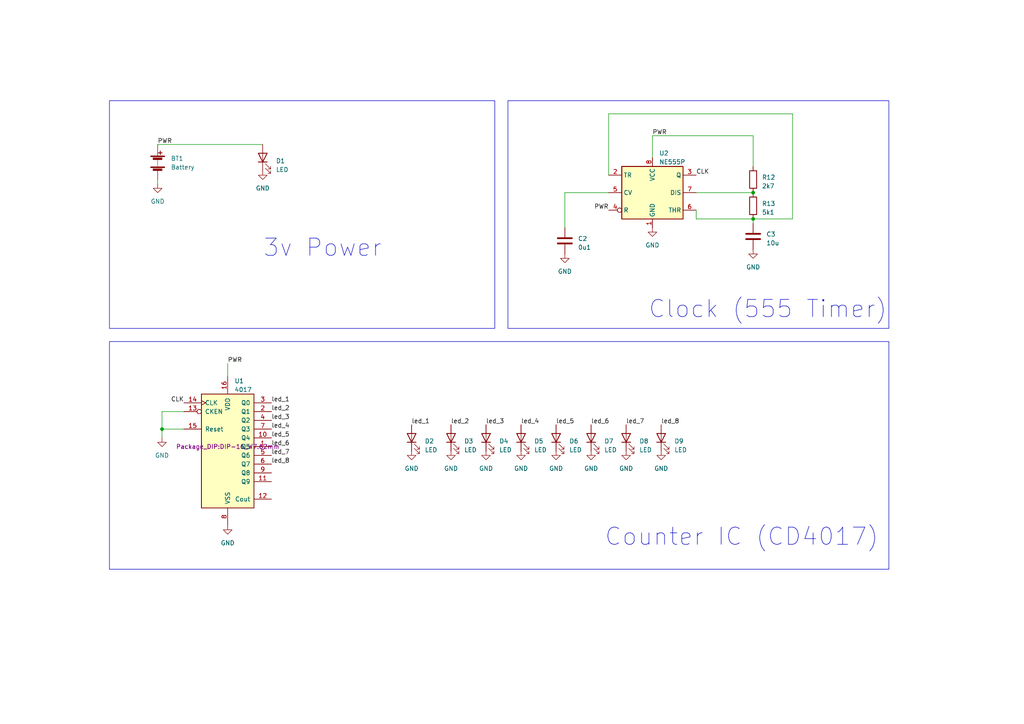
<source format=kicad_sch>
(kicad_sch (version 20230121) (generator eeschema)
  (paper "A4")
  (lib_symbols
    (symbol "4xxx:4017" (pin_names (offset 1.016))
      (property "Reference" "U" (at -7.62 16.51 0))
      (property "Value" "4017" (at -7.62 -19.05 0))
      (symbol "4017_1_0"
        (pin output line (at 12.7 0 180) (length 5.08) (name "Q5") (number "1"))
        (pin output line (at 12.7 2.54 180) (length 5.08) (name "Q4") (number "10"))
        (pin output line (at 12.7 -10.16 180) (length 5.08) (name "Q9") (number "11"))
        (pin output line (at 12.7 -15.24 180) (length 5.08) (name "Cout") (number "12"))
        (pin input inverted (at -12.7 10.16 0) (length 5.08) (name "CKEN") (number "13"))
        (pin input clock (at -12.7 12.7 0) (length 5.08) (name "CLK") (number "14"))
        (pin input line (at -12.7 5.08 0) (length 5.08) (name "Reset") (number "15"))
        (pin power_in line (at 0 20.32 270) (length 5.08) (name "VDD") (number "16"))
        (pin output line (at 12.7 10.16 180) (length 5.08) (name "Q1") (number "2"))
        (pin output line (at 12.7 12.7 180) (length 5.08) (name "Q0") (number "3"))
        (pin output line (at 12.7 7.62 180) (length 5.08) (name "Q2") (number "4"))
        (pin output line (at 12.7 -2.54 180) (length 5.08) (name "Q6") (number "5"))
        (pin output line (at 12.7 -5.08 180) (length 5.08) (name "Q7") (number "6"))
        (pin output line (at 12.7 5.08 180) (length 5.08) (name "Q3") (number "7"))
        (pin power_in line (at 0 -22.86 90) (length 5.08) (name "VSS") (number "8"))
        (pin output line (at 12.7 -7.62 180) (length 5.08) (name "Q8") (number "9"))
      )
      (symbol "4017_1_1"
        (rectangle (start -7.62 15.24) (end 7.62 -17.78) (stroke (width 0.254)) (fill (type background)))
      )
    )
    (symbol "Device:Battery" (pin_numbers hide) (pin_names (offset 0) hide)
      (property "Reference" "BT" (at 2.54 2.54 0))
      (property "Value" "Battery" (at 2.54 0 0))
      (symbol "Battery_0_1"
        (rectangle (start -2.032 -1.397) (end 2.032 -1.651) (fill (type outline)))
        (rectangle (start -2.032 1.778) (end 2.032 1.524) (fill (type outline)))
        (rectangle (start -1.3208 -1.9812) (end 1.27 -2.4892) (fill (type outline)))
        (rectangle (start -1.3208 1.1938) (end 1.27 0.6858) (fill (type outline)))
        (polyline (pts (xy 0 -1.524) (xy 0 -1.27)))
        (polyline (pts (xy 0 -1.016) (xy 0 -0.762)))
        (polyline (pts (xy 0 -0.508) (xy 0 -0.254)))
        (polyline (pts (xy 0 0) (xy 0 0.254)))
        (polyline (pts (xy 0 0.508) (xy 0 0.762)))
        (polyline (pts (xy 0 1.778) (xy 0 2.54)))
        (polyline (pts (xy 0.254 2.667) (xy 1.27 2.667)) (stroke (width 0.254)))
        (polyline (pts (xy 0.762 3.175) (xy 0.762 2.159)) (stroke (width 0.254)))
      )
      (symbol "Battery_1_1"
        (pin passive line (at 0 5.08 270) (length 2.54) (name "+") (number "1"))
        (pin passive line (at 0 -5.08 90) (length 2.54) (name "-") (number "2"))
      )
    )
    (symbol "Device:C" (pin_numbers hide) (pin_names (offset 0.254))
      (property "Reference" "C" (at 0.635 2.54 0))
      (property "Value" "C" (at 0.635 -2.54 0))
      (symbol "C_0_1"
        (polyline (pts (xy -2.032 -0.762) (xy 2.032 -0.762)) (stroke (width 0.508)))
        (polyline (pts (xy -2.032 0.762) (xy 2.032 0.762)) (stroke (width 0.508)))
      )
      (symbol "C_1_1"
        (pin passive line (at 0 3.81 270) (length 2.794) (name "~") (number "1"))
        (pin passive line (at 0 -3.81 90) (length 2.794) (name "~") (number "2"))
      )
    )
    (symbol "Device:LED" (pin_numbers hide) (pin_names (offset 1.016) hide)
      (property "Reference" "D" (at 0 2.54 0))
      (property "Value" "LED" (at 0 -2.54 0))
      (symbol "LED_0_1"
        (polyline (pts (xy -1.27 -1.27) (xy -1.27 1.27)) (stroke (width 0.254)))
        (polyline (pts (xy -1.27 0) (xy 1.27 0)))
        (polyline (pts (xy 1.27 -1.27) (xy 1.27 1.27) (xy -1.27 0) (xy 1.27 -1.27)) (stroke (width 0.254)))
        (polyline (pts (xy -3.048 -0.762) (xy -4.572 -2.286) (xy -3.81 -2.286) (xy -4.572 -2.286) (xy -4.572 -1.524)))
        (polyline (pts (xy -1.778 -0.762) (xy -3.302 -2.286) (xy -2.54 -2.286) (xy -3.302 -2.286) (xy -3.302 -1.524)))
      )
      (symbol "LED_1_1"
        (pin passive line (at -3.81 0 0) (length 2.54) (name "K") (number "1"))
        (pin passive line (at 3.81 0 180) (length 2.54) (name "A") (number "2"))
      )
    )
    (symbol "Device:R" (pin_numbers hide) (pin_names (offset 0))
      (property "Reference" "R" (at 2.032 0 90))
      (property "Value" "R" (at 0 0 90))
      (symbol "R_0_1"
        (rectangle (start -1.016 -2.54) (end 1.016 2.54) (stroke (width 0.254)))
      )
      (symbol "R_1_1"
        (pin passive line (at 0 3.81 270) (length 1.27) (name "~") (number "1"))
        (pin passive line (at 0 -3.81 90) (length 1.27) (name "~") (number "2"))
      )
    )
    (symbol "Timer:NE555P"
      (property "Reference" "U" (at -10.16 8.89 0))
      (property "Value" "NE555P" (at 2.54 8.89 0))
      (symbol "NE555P_0_0"
        (pin power_in line (at 0 -10.16 90) (length 2.54) (name "GND") (number "1"))
        (pin power_in line (at 0 10.16 270) (length 2.54) (name "VCC") (number "8"))
      )
      (symbol "NE555P_0_1"
        (rectangle (start -8.89 -7.62) (end 8.89 7.62) (stroke (width 0.254)) (fill (type background)))
        (rectangle (start -8.89 -7.62) (end 8.89 7.62) (stroke (width 0.254)) (fill (type background)))
      )
      (symbol "NE555P_1_1"
        (pin input line (at -12.7 5.08 0) (length 3.81) (name "TR") (number "2"))
        (pin output line (at 12.7 5.08 180) (length 3.81) (name "Q") (number "3"))
        (pin input inverted (at -12.7 -5.08 0) (length 3.81) (name "R") (number "4"))
        (pin input line (at -12.7 0 0) (length 3.81) (name "CV") (number "5"))
        (pin input line (at 12.7 -5.08 180) (length 3.81) (name "THR") (number "6"))
        (pin input line (at 12.7 0 180) (length 3.81) (name "DIS") (number "7"))
      )
    )
    (symbol "power:GND" (power) (pin_names (offset 0))
      (property "Value" "GND" (at 0 -3.81 0))
      (symbol "GND_0_1"
        (polyline (pts (xy 0 0) (xy 0 -1.27) (xy 1.27 -1.27) (xy 0 -2.54) (xy -1.27 -1.27) (xy 0 -1.27)))
      )
      (symbol "GND_1_1"
        (pin power_in line (at 0 0 270) (length 0) hide (name "GND") (number "1"))
      )
    )
  )
  (junction (at 218.44 63.5))
  (junction (at 46.99 124.46))
  (junction (at 218.44 55.88))
  (wire (pts (xy 189.23 39.37) (xy 218.44 39.37)))
  (wire (pts (xy 201.93 63.5) (xy 218.44 63.5)))
  (wire (pts (xy 163.83 55.88) (xy 163.83 66.04)))
  (wire (pts (xy 46.99 124.46) (xy 46.99 127)))
  (wire (pts (xy 201.93 55.88) (xy 218.44 55.88)))
  (wire (pts (xy 218.44 63.5) (xy 229.87 63.5)))
  (wire (pts (xy 46.99 124.46) (xy 53.34 124.46)))
  (wire (pts (xy 176.53 55.88) (xy 163.83 55.88)))
  (wire (pts (xy 189.23 39.37) (xy 189.23 45.72)))
  (wire (pts (xy 229.87 33.02) (xy 176.53 33.02)))
  (wire (pts (xy 66.04 105.41) (xy 66.04 109.22)))
  (wire (pts (xy 218.44 39.37) (xy 218.44 48.26)))
  (wire (pts (xy 45.72 52.07) (xy 45.72 53.34)))
  (wire (pts (xy 176.53 33.02) (xy 176.53 50.8)))
  (wire (pts (xy 53.34 119.38) (xy 46.99 119.38)))
  (wire (pts (xy 46.99 119.38) (xy 46.99 124.46)))
  (wire (pts (xy 201.93 63.5) (xy 201.93 60.96)))
  (wire (pts (xy 45.72 41.91) (xy 76.2 41.91)))
  (wire (pts (xy 229.87 63.5) (xy 229.87 33.02)))
  (wire (pts (xy 218.44 63.5) (xy 218.44 64.77)))
  (rectangle (start 147.32 29.21) (end 257.81 95.25))
  (rectangle (start 31.75 99.06) (end 257.81 165.1))
  (rectangle (start 31.75 29.21) (end 143.51 95.25))
  (text "3v Power" (at 76.2 74.93 0) (effects (font (size 5 5)) (justify left bottom)))
  (text "Counter IC (CD4017)" (at 175.26 158.75 0) (effects (font (size 5 5)) (justify left bottom)))
  (text "Clock (555 Timer)" (at 187.96 92.71 0) (effects (font (size 5 5)) (justify left bottom)))
  (label "CLK" (at 53.34 116.84 180))
  (label "CLK" (at 201.93 50.8 0))
  (label "PWR" (at 176.53 60.96 180))
  (label "led_4" (at 78.74 124.46 0))
  (label "led_4" (at 151.13 123.19 0))
  (label "led_8" (at 78.74 134.62 0))
  (label "PWR" (at 189.23 39.37 0))
  (label "led_8" (at 191.77 123.19 0))
  (label "led_7" (at 181.61 123.19 0))
  (label "led_6" (at 78.74 129.54 0))
  (label "led_7" (at 78.74 132.08 0))
  (label "led_3" (at 140.97 123.19 0))
  (label "led_2" (at 130.81 123.19 0))
  (label "PWR" (at 45.72 41.91 0))
  (label "led_3" (at 78.74 121.92 0))
  (label "led_1" (at 78.74 116.84 0))
  (label "led_2" (at 78.74 119.38 0))
  (label "led_5" (at 161.29 123.19 0))
  (label "led_1" (at 119.38 123.19 0))
  (label "led_6" (at 171.45 123.19 0))
  (label "led_5" (at 78.74 127 0))
  (label "PWR" (at 66.04 105.41 0))
  (symbol (lib_id "Device:R") (at 218.44 52.07 0) (unit 1)
    (property "Reference" "R12" (at 220.98 51.435 0) (effects (justify left)))
    (property "Value" "2k7" (at 220.98 53.975 0) (effects (justify left)))
    (property "Footprint" "Resistor_SMD:R_0805_2012Metric_Pad1.20x1.40mm_HandSolder" (effects hide))
  )
  (symbol (lib_id "power:GND") (at 218.44 72.39 0) (unit 1)
    (property "Reference" "#PWR018" (effects hide))
    (property "Value" "GND" (at 218.44 77.47 0))
  )
  (symbol (lib_id "Device:R") (at 218.44 59.69 0) (unit 1)
    (property "Reference" "R13" (at 220.98 59.055 0) (effects (justify left)))
    (property "Value" "5k1" (at 220.98 61.595 0) (effects (justify left)))
    (property "Footprint" "Resistor_SMD:R_0805_2012Metric_Pad1.20x1.40mm_HandSolder" (effects hide))
  )
  (symbol (lib_id "Device:LED") (at 161.29 127 90) (unit 1)
    (property "Reference" "D6" (at 165.1 127.9525 90) (effects (justify right)))
    (property "Value" "LED" (at 165.1 130.4925 90) (effects (justify right)))
    (property "Footprint" "LED_THT:LED_D3.0mm" (effects hide))
  )
  (symbol (lib_id "Device:Battery") (at 45.72 46.99 0) (unit 1)
    (property "Reference" "BT1" (at 49.53 45.974 0) (effects (justify left)))
    (property "Value" "Battery" (at 49.53 48.514 0) (effects (justify left)))
    (property "Footprint" "Battery:battery_holder_CR2032_vertical" (effects hide))
  )
  (symbol (lib_id "power:GND") (at 171.45 130.81 0) (unit 1)
    (property "Reference" "#PWR012" (effects hide))
    (property "Value" "GND" (at 171.45 135.89 0))
  )
  (symbol (lib_id "power:GND") (at 76.2 49.53 0) (unit 1)
    (property "Reference" "#PWR05" (effects hide))
    (property "Value" "GND" (at 76.2 54.61 0))
  )
  (symbol (lib_id "Device:C") (at 163.83 69.85 0) (unit 1)
    (property "Reference" "C2" (at 167.64 69.215 0) (effects (justify left)))
    (property "Value" "0u1" (at 167.64 71.755 0) (effects (justify left)))
    (property "Footprint" "Capacitor_SMD:C_0805_2012Metric_Pad1.18x1.45mm_HandSolder" (effects hide))
  )
  (symbol (lib_id "power:GND") (at 189.23 66.04 0) (unit 1)
    (property "Reference" "#PWR014" (effects hide))
    (property "Value" "GND" (at 189.23 71.12 0))
  )
  (symbol (lib_id "Device:LED") (at 76.2 45.72 90) (unit 1)
    (property "Reference" "D1" (at 80.01 46.6725 90) (effects (justify right)))
    (property "Value" "LED" (at 80.01 49.2125 90) (effects (justify right)))
    (property "Footprint" "LED_THT:LED_D3.0mm" (effects hide))
  )
  (symbol (lib_id "power:GND") (at 140.97 130.81 0) (unit 1)
    (property "Reference" "#PWR08" (effects hide))
    (property "Value" "GND" (at 140.97 135.89 0))
  )
  (symbol (lib_id "power:GND") (at 66.04 152.4 0) (unit 1)
    (property "Reference" "#PWR04" (effects hide))
    (property "Value" "GND" (at 66.04 157.48 0))
  )
  (symbol (lib_id "power:GND") (at 45.72 53.34 0) (unit 1)
    (property "Reference" "#PWR01" (effects hide))
    (property "Value" "GND" (at 45.72 58.42 0))
  )
  (symbol (lib_id "Timer:NE555P") (at 189.23 55.88 0) (unit 1)
    (property "Reference" "U2" (at 191.1859 44.45 0) (effects (justify left)))
    (property "Value" "NE555P" (at 191.1859 46.99 0) (effects (justify left)))
    (property "Footprint" "Package_DIP:DIP-8_W7.62mm" (effects hide))
    (property "Datasheet" "http://www.ti.com/lit/ds/symlink/ne555.pdf" (effects hide))
  )
  (symbol (lib_id "Device:LED") (at 191.77 127 90) (unit 1)
    (property "Reference" "D9" (at 195.58 127.9525 90) (effects (justify right)))
    (property "Value" "LED" (at 195.58 130.4925 90) (effects (justify right)))
    (property "Footprint" "LED_THT:LED_D3.0mm" (effects hide))
  )
  (symbol (lib_id "power:GND") (at 46.99 127 0) (unit 1)
    (property "Reference" "#PWR02" (effects hide))
    (property "Value" "GND" (at 46.99 132.08 0))
  )
  (symbol (lib_id "power:GND") (at 163.83 73.66 0) (unit 1)
    (property "Reference" "#PWR011" (effects hide))
    (property "Value" "GND" (at 163.83 78.74 0))
  )
  (symbol (lib_id "Device:LED") (at 140.97 127 90) (unit 1)
    (property "Reference" "D4" (at 144.78 127.9525 90) (effects (justify right)))
    (property "Value" "LED" (at 144.78 130.4925 90) (effects (justify right)))
    (property "Footprint" "LED_THT:LED_D3.0mm" (effects hide))
  )
  (symbol (lib_id "Device:LED") (at 181.61 127 90) (unit 1)
    (property "Reference" "D8" (at 185.42 127.9525 90) (effects (justify right)))
    (property "Value" "LED" (at 185.42 130.4925 90) (effects (justify right)))
    (property "Footprint" "LED_THT:LED_D3.0mm" (effects hide))
  )
  (symbol (lib_id "power:GND") (at 119.38 130.81 0) (unit 1)
    (property "Reference" "#PWR06" (effects hide))
    (property "Value" "GND" (at 119.38 135.89 0))
  )
  (symbol (lib_id "Device:LED") (at 151.13 127 90) (unit 1)
    (property "Reference" "D5" (at 154.94 127.9525 90) (effects (justify right)))
    (property "Value" "LED" (at 154.94 130.4925 90) (effects (justify right)))
    (property "Footprint" "LED_THT:LED_D3.0mm" (effects hide))
  )
  (symbol (lib_id "Device:C") (at 218.44 68.58 0) (unit 1)
    (property "Reference" "C3" (at 222.25 67.945 0) (effects (justify left)))
    (property "Value" "10u" (at 222.25 70.485 0) (effects (justify left)))
    (property "Footprint" "Capacitor_SMD:C_0805_2012Metric_Pad1.18x1.45mm_HandSolder" (effects hide))
  )
  (symbol (lib_id "Device:LED") (at 130.81 127 90) (unit 1)
    (property "Reference" "D3" (at 134.62 127.9525 90) (effects (justify right)))
    (property "Value" "LED" (at 134.62 130.4925 90) (effects (justify right)))
    (property "Footprint" "LED_THT:LED_D3.0mm" (effects hide))
  )
  (symbol (lib_id "power:GND") (at 161.29 130.81 0) (unit 1)
    (property "Reference" "#PWR010" (effects hide))
    (property "Value" "GND" (at 161.29 135.89 0))
  )
  (symbol (lib_id "power:GND") (at 181.61 130.81 0) (unit 1)
    (property "Reference" "#PWR013" (effects hide))
    (property "Value" "GND" (at 181.61 135.89 0))
  )
  (symbol (lib_id "power:GND") (at 151.13 130.81 0) (unit 1)
    (property "Reference" "#PWR09" (effects hide))
    (property "Value" "GND" (at 151.13 135.89 0))
  )
  (symbol (lib_id "power:GND") (at 130.81 130.81 0) (unit 1)
    (property "Reference" "#PWR07" (effects hide))
    (property "Value" "GND" (at 130.81 135.89 0))
  )
  (symbol (lib_id "Device:LED") (at 171.45 127 90) (unit 1)
    (property "Reference" "D7" (at 175.26 127.9525 90) (effects (justify right)))
    (property "Value" "LED" (at 175.26 130.4925 90) (effects (justify right)))
    (property "Footprint" "LED_THT:LED_D3.0mm" (effects hide))
  )
  (symbol (lib_id "power:GND") (at 191.77 130.81 0) (unit 1)
    (property "Reference" "#PWR015" (effects hide))
    (property "Value" "GND" (at 191.77 135.89 0))
  )
  (symbol (lib_id "Device:LED") (at 119.38 127 90) (unit 1)
    (property "Reference" "D2" (at 123.19 127.9525 90) (effects (justify right)))
    (property "Value" "LED" (at 123.19 130.4925 90) (effects (justify right)))
    (property "Footprint" "LED_THT:LED_D3.0mm" (effects hide))
  )
  (symbol (lib_id "4xxx:4017") (at 66.04 129.54 0) (unit 1)
    (property "Reference" "U1" (at 67.9959 110.49 0) (effects (justify left)))
    (property "Value" "4017" (at 67.9959 113.03 0) (effects (justify left)))
    (property "Footprint" "Package_DIP:DIP-16_W7.62mm" (at 66.04 129.54 0))
    (property "Datasheet" "http://www.intersil.com/content/dam/Intersil/documents/cd40/cd4017bms-22bms.pdf" (effects hide))
  )
)
</source>
